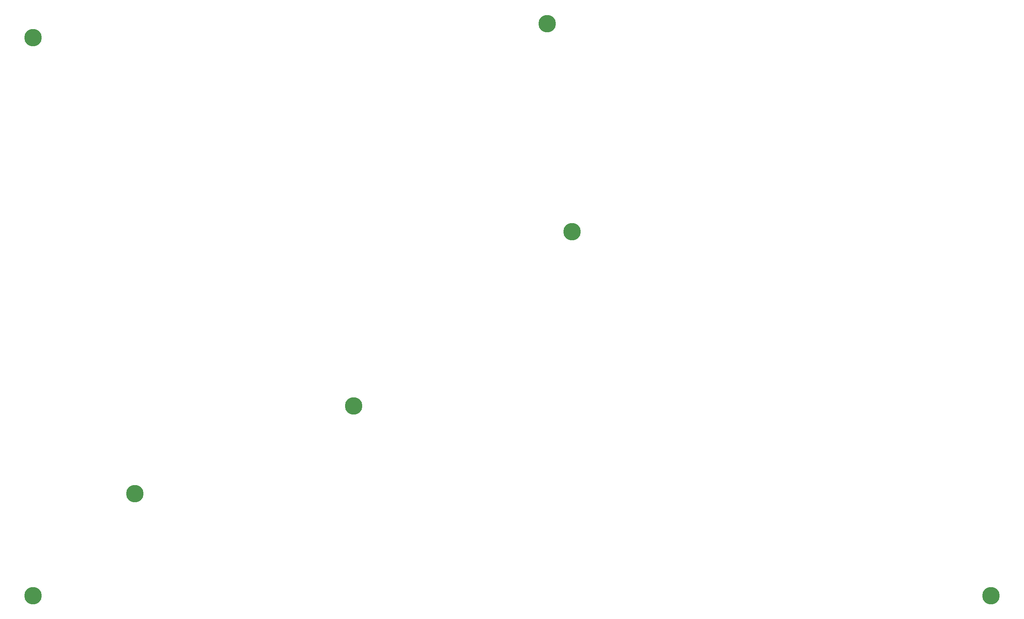
<source format=gbr>
%TF.GenerationSoftware,KiCad,Pcbnew,8.0.4*%
%TF.CreationDate,2024-10-30T12:37:52-05:00*%
%TF.ProjectId,numlocked_left_plate,6e756d6c-6f63-46b6-9564-5f6c6566745f,rev?*%
%TF.SameCoordinates,Original*%
%TF.FileFunction,Soldermask,Top*%
%TF.FilePolarity,Negative*%
%FSLAX46Y46*%
G04 Gerber Fmt 4.6, Leading zero omitted, Abs format (unit mm)*
G04 Created by KiCad (PCBNEW 8.0.4) date 2024-10-30 12:37:52*
%MOMM*%
%LPD*%
G01*
G04 APERTURE LIST*
%ADD10C,3.800000*%
G04 APERTURE END LIST*
D10*
%TO.C,H2*%
X34407000Y-150512500D03*
%TD*%
%TO.C,H4*%
X151851000Y-71129500D03*
%TD*%
%TO.C,H6*%
X104200000Y-109169500D03*
%TD*%
%TO.C,H5*%
X56601000Y-128279500D03*
%TD*%
%TO.C,H3*%
X146447000Y-25713000D03*
%TD*%
%TO.C,H7*%
X243101500Y-150512500D03*
%TD*%
%TO.C,H1*%
X34407000Y-28823000D03*
%TD*%
M02*

</source>
